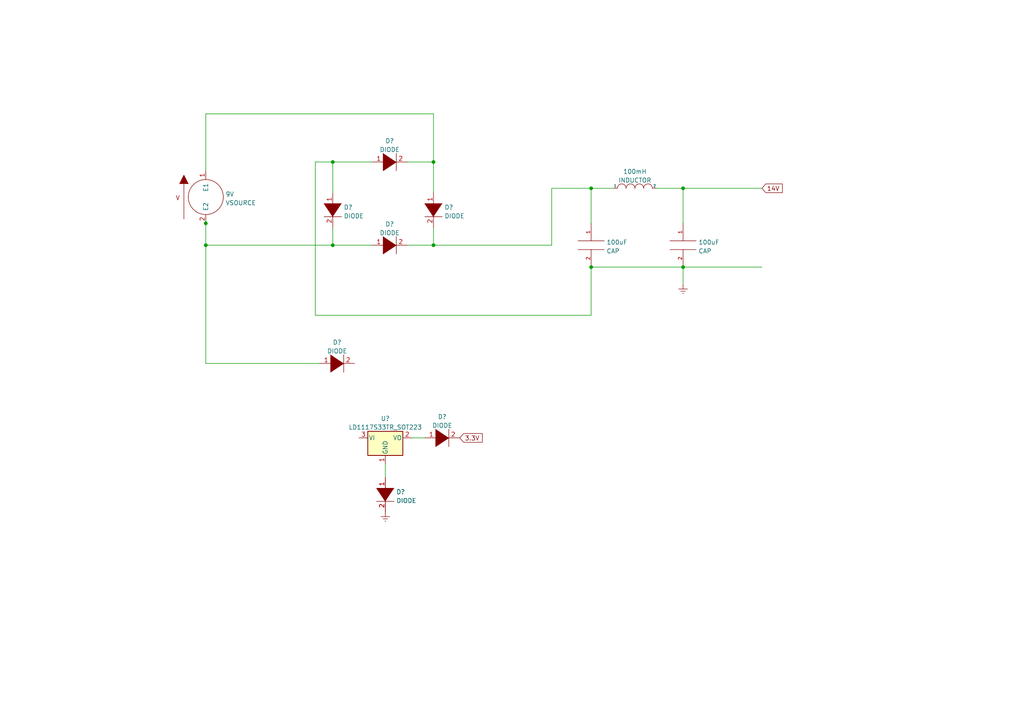
<source format=kicad_sch>
(kicad_sch (version 20211123) (generator eeschema)

  (uuid 5b2b736f-d01c-4277-a77d-63f90e4ada13)

  (paper "A4")

  (lib_symbols
    (symbol "Regulator_Linear:LD1117S33TR_SOT223" (pin_names (offset 0.254)) (in_bom yes) (on_board yes)
      (property "Reference" "U" (id 0) (at -3.81 3.175 0)
        (effects (font (size 1.27 1.27)))
      )
      (property "Value" "LD1117S33TR_SOT223" (id 1) (at 0 3.175 0)
        (effects (font (size 1.27 1.27)) (justify left))
      )
      (property "Footprint" "Package_TO_SOT_SMD:SOT-223-3_TabPin2" (id 2) (at 0 5.08 0)
        (effects (font (size 1.27 1.27)) hide)
      )
      (property "Datasheet" "http://www.st.com/st-web-ui/static/active/en/resource/technical/document/datasheet/CD00000544.pdf" (id 3) (at 2.54 -6.35 0)
        (effects (font (size 1.27 1.27)) hide)
      )
      (property "ki_keywords" "REGULATOR LDO 3.3V" (id 4) (at 0 0 0)
        (effects (font (size 1.27 1.27)) hide)
      )
      (property "ki_description" "800mA Fixed Low Drop Positive Voltage Regulator, Fixed Output 3.3V, SOT-223" (id 5) (at 0 0 0)
        (effects (font (size 1.27 1.27)) hide)
      )
      (property "ki_fp_filters" "SOT?223*TabPin2*" (id 6) (at 0 0 0)
        (effects (font (size 1.27 1.27)) hide)
      )
      (symbol "LD1117S33TR_SOT223_0_1"
        (rectangle (start -5.08 -5.08) (end 5.08 1.905)
          (stroke (width 0.254) (type default) (color 0 0 0 0))
          (fill (type background))
        )
      )
      (symbol "LD1117S33TR_SOT223_1_1"
        (pin power_in line (at 0 -7.62 90) (length 2.54)
          (name "GND" (effects (font (size 1.27 1.27))))
          (number "1" (effects (font (size 1.27 1.27))))
        )
        (pin power_out line (at 7.62 0 180) (length 2.54)
          (name "VO" (effects (font (size 1.27 1.27))))
          (number "2" (effects (font (size 1.27 1.27))))
        )
        (pin power_in line (at -7.62 0 0) (length 2.54)
          (name "VI" (effects (font (size 1.27 1.27))))
          (number "3" (effects (font (size 1.27 1.27))))
        )
      )
    )
    (symbol "power:Earth" (power) (pin_names (offset 0)) (in_bom yes) (on_board yes)
      (property "Reference" "#PWR" (id 0) (at 0 -6.35 0)
        (effects (font (size 1.27 1.27)) hide)
      )
      (property "Value" "Earth" (id 1) (at 0 -3.81 0)
        (effects (font (size 1.27 1.27)) hide)
      )
      (property "Footprint" "" (id 2) (at 0 0 0)
        (effects (font (size 1.27 1.27)) hide)
      )
      (property "Datasheet" "~" (id 3) (at 0 0 0)
        (effects (font (size 1.27 1.27)) hide)
      )
      (property "ki_keywords" "power-flag ground gnd" (id 4) (at 0 0 0)
        (effects (font (size 1.27 1.27)) hide)
      )
      (property "ki_description" "Power symbol creates a global label with name \"Earth\"" (id 5) (at 0 0 0)
        (effects (font (size 1.27 1.27)) hide)
      )
      (symbol "Earth_0_1"
        (polyline
          (pts
            (xy -0.635 -1.905)
            (xy 0.635 -1.905)
          )
          (stroke (width 0) (type default) (color 0 0 0 0))
          (fill (type none))
        )
        (polyline
          (pts
            (xy -0.127 -2.54)
            (xy 0.127 -2.54)
          )
          (stroke (width 0) (type default) (color 0 0 0 0))
          (fill (type none))
        )
        (polyline
          (pts
            (xy 0 -1.27)
            (xy 0 0)
          )
          (stroke (width 0) (type default) (color 0 0 0 0))
          (fill (type none))
        )
        (polyline
          (pts
            (xy 1.27 -1.27)
            (xy -1.27 -1.27)
          )
          (stroke (width 0) (type default) (color 0 0 0 0))
          (fill (type none))
        )
      )
      (symbol "Earth_1_1"
        (pin power_in line (at 0 0 270) (length 0) hide
          (name "Earth" (effects (font (size 1.27 1.27))))
          (number "1" (effects (font (size 1.27 1.27))))
        )
      )
    )
    (symbol "pspice:CAP" (pin_names (offset 0.254)) (in_bom yes) (on_board yes)
      (property "Reference" "C" (id 0) (at 2.54 3.81 90)
        (effects (font (size 1.27 1.27)))
      )
      (property "Value" "CAP" (id 1) (at 2.54 -3.81 90)
        (effects (font (size 1.27 1.27)))
      )
      (property "Footprint" "" (id 2) (at 0 0 0)
        (effects (font (size 1.27 1.27)) hide)
      )
      (property "Datasheet" "~" (id 3) (at 0 0 0)
        (effects (font (size 1.27 1.27)) hide)
      )
      (property "ki_keywords" "simulation" (id 4) (at 0 0 0)
        (effects (font (size 1.27 1.27)) hide)
      )
      (property "ki_description" "Capacitor symbol for simulation only" (id 5) (at 0 0 0)
        (effects (font (size 1.27 1.27)) hide)
      )
      (symbol "CAP_0_1"
        (polyline
          (pts
            (xy -3.81 -1.27)
            (xy 3.81 -1.27)
          )
          (stroke (width 0) (type default) (color 0 0 0 0))
          (fill (type none))
        )
        (polyline
          (pts
            (xy -3.81 1.27)
            (xy 3.81 1.27)
          )
          (stroke (width 0) (type default) (color 0 0 0 0))
          (fill (type none))
        )
      )
      (symbol "CAP_1_1"
        (pin passive line (at 0 6.35 270) (length 5.08)
          (name "~" (effects (font (size 1.016 1.016))))
          (number "1" (effects (font (size 1.016 1.016))))
        )
        (pin passive line (at 0 -6.35 90) (length 5.08)
          (name "~" (effects (font (size 1.016 1.016))))
          (number "2" (effects (font (size 1.016 1.016))))
        )
      )
    )
    (symbol "pspice:DIODE" (pin_names (offset 1.016) hide) (in_bom yes) (on_board yes)
      (property "Reference" "D" (id 0) (at 0 3.81 0)
        (effects (font (size 1.27 1.27)))
      )
      (property "Value" "DIODE" (id 1) (at 0 -4.445 0)
        (effects (font (size 1.27 1.27)))
      )
      (property "Footprint" "" (id 2) (at 0 0 0)
        (effects (font (size 1.27 1.27)) hide)
      )
      (property "Datasheet" "~" (id 3) (at 0 0 0)
        (effects (font (size 1.27 1.27)) hide)
      )
      (property "ki_keywords" "simulation" (id 4) (at 0 0 0)
        (effects (font (size 1.27 1.27)) hide)
      )
      (property "ki_description" "Diode symbol for simulation only. Pin order incompatible with official kicad footprints" (id 5) (at 0 0 0)
        (effects (font (size 1.27 1.27)) hide)
      )
      (symbol "DIODE_0_1"
        (polyline
          (pts
            (xy 1.905 2.54)
            (xy 1.905 -2.54)
          )
          (stroke (width 0) (type default) (color 0 0 0 0))
          (fill (type none))
        )
        (polyline
          (pts
            (xy -1.905 2.54)
            (xy -1.905 -2.54)
            (xy 1.905 0)
          )
          (stroke (width 0) (type default) (color 0 0 0 0))
          (fill (type outline))
        )
      )
      (symbol "DIODE_1_1"
        (pin input line (at -5.08 0 0) (length 3.81)
          (name "K" (effects (font (size 1.27 1.27))))
          (number "1" (effects (font (size 1.27 1.27))))
        )
        (pin input line (at 5.08 0 180) (length 3.81)
          (name "A" (effects (font (size 1.27 1.27))))
          (number "2" (effects (font (size 1.27 1.27))))
        )
      )
    )
    (symbol "pspice:INDUCTOR" (pin_numbers hide) (pin_names (offset 0)) (in_bom yes) (on_board yes)
      (property "Reference" "L" (id 0) (at 0 2.54 0)
        (effects (font (size 1.27 1.27)))
      )
      (property "Value" "INDUCTOR" (id 1) (at 0 -1.27 0)
        (effects (font (size 1.27 1.27)))
      )
      (property "Footprint" "" (id 2) (at 0 0 0)
        (effects (font (size 1.27 1.27)) hide)
      )
      (property "Datasheet" "~" (id 3) (at 0 0 0)
        (effects (font (size 1.27 1.27)) hide)
      )
      (property "ki_keywords" "simulation" (id 4) (at 0 0 0)
        (effects (font (size 1.27 1.27)) hide)
      )
      (property "ki_description" "Inductor symbol for simulation only" (id 5) (at 0 0 0)
        (effects (font (size 1.27 1.27)) hide)
      )
      (symbol "INDUCTOR_0_1"
        (arc (start -2.54 0) (mid -3.81 1.27) (end -5.08 0)
          (stroke (width 0) (type default) (color 0 0 0 0))
          (fill (type none))
        )
        (arc (start 0 0) (mid -1.27 1.27) (end -2.54 0)
          (stroke (width 0) (type default) (color 0 0 0 0))
          (fill (type none))
        )
        (arc (start 2.54 0) (mid 1.27 1.27) (end 0 0)
          (stroke (width 0) (type default) (color 0 0 0 0))
          (fill (type none))
        )
        (arc (start 5.08 0) (mid 3.81 1.27) (end 2.54 0)
          (stroke (width 0) (type default) (color 0 0 0 0))
          (fill (type none))
        )
      )
      (symbol "INDUCTOR_1_1"
        (pin input line (at -6.35 0 0) (length 1.27)
          (name "1" (effects (font (size 0.762 0.762))))
          (number "1" (effects (font (size 0.762 0.762))))
        )
        (pin input line (at 6.35 0 180) (length 1.27)
          (name "2" (effects (font (size 0.762 0.762))))
          (number "2" (effects (font (size 0.762 0.762))))
        )
      )
    )
    (symbol "pspice:VSOURCE" (pin_names (offset 1.016)) (in_bom yes) (on_board yes)
      (property "Reference" "V" (id 0) (at -6.35 7.62 0)
        (effects (font (size 1.27 1.27)))
      )
      (property "Value" "VSOURCE" (id 1) (at 0 0 0)
        (effects (font (size 1.27 1.27)))
      )
      (property "Footprint" "" (id 2) (at 0 0 0)
        (effects (font (size 1.27 1.27)) hide)
      )
      (property "Datasheet" "~" (id 3) (at 0 0 0)
        (effects (font (size 1.27 1.27)) hide)
      )
      (property "ki_keywords" "simulation" (id 4) (at 0 0 0)
        (effects (font (size 1.27 1.27)) hide)
      )
      (property "ki_description" "Voltage source symbol for simulation only" (id 5) (at 0 0 0)
        (effects (font (size 1.27 1.27)) hide)
      )
      (symbol "VSOURCE_0_1"
        (polyline
          (pts
            (xy -6.35 -6.35)
            (xy -6.35 3.81)
          )
          (stroke (width 0) (type default) (color 0 0 0 0))
          (fill (type outline))
        )
        (polyline
          (pts
            (xy -7.62 3.81)
            (xy -6.35 6.35)
            (xy -5.08 3.81)
          )
          (stroke (width 0) (type default) (color 0 0 0 0))
          (fill (type outline))
        )
        (circle (center 0 0) (radius 5.08)
          (stroke (width 0) (type default) (color 0 0 0 0))
          (fill (type none))
        )
        (text "V" (at -8.128 -0.254 0)
          (effects (font (size 1.27 1.27)))
        )
      )
      (symbol "VSOURCE_1_1"
        (pin input line (at 0 7.62 270) (length 2.54)
          (name "E1" (effects (font (size 1.27 1.27))))
          (number "1" (effects (font (size 1.27 1.27))))
        )
        (pin input line (at 0 -7.62 90) (length 2.54)
          (name "E2" (effects (font (size 1.27 1.27))))
          (number "2" (effects (font (size 1.27 1.27))))
        )
      )
    )
  )

  (junction (at 59.69 64.77) (diameter 0) (color 0 0 0 0)
    (uuid 30ddc3d0-177d-4c80-9dd9-3e358842a3cf)
  )
  (junction (at 96.52 71.12) (diameter 0) (color 0 0 0 0)
    (uuid 45b9f059-0360-4433-9919-fc90bbcc93ef)
  )
  (junction (at 198.12 54.61) (diameter 0) (color 0 0 0 0)
    (uuid 8241f906-6063-4bc4-97fa-b9915a6d7f8f)
  )
  (junction (at 171.45 54.61) (diameter 0) (color 0 0 0 0)
    (uuid 84c1563f-13eb-4d3e-9dd7-d32a349ba595)
  )
  (junction (at 171.45 77.47) (diameter 0) (color 0 0 0 0)
    (uuid 947503f5-3bc4-4a89-95ab-cf7786a760ff)
  )
  (junction (at 125.73 71.12) (diameter 0) (color 0 0 0 0)
    (uuid a8fad618-a3b3-44a4-bf9f-31c15e113d4b)
  )
  (junction (at 96.52 46.99) (diameter 0) (color 0 0 0 0)
    (uuid d13d698c-c6b8-4c36-9604-f2e0f19c5f01)
  )
  (junction (at 198.12 77.47) (diameter 0) (color 0 0 0 0)
    (uuid e44e6949-05de-46b0-a909-f3c7c57c430e)
  )
  (junction (at 125.73 46.99) (diameter 0) (color 0 0 0 0)
    (uuid e9cfeb93-b3d8-456b-8b3f-e5a4f22e9fb5)
  )
  (junction (at 59.69 71.12) (diameter 0) (color 0 0 0 0)
    (uuid f6916ccc-f3f7-499c-a59b-9636c8c729cb)
  )

  (wire (pts (xy 125.73 33.02) (xy 125.73 46.99))
    (stroke (width 0) (type default) (color 0 0 0 0))
    (uuid 12be2669-d07b-44e4-9789-a286ada64fee)
  )
  (wire (pts (xy 198.12 54.61) (xy 198.12 64.77))
    (stroke (width 0) (type default) (color 0 0 0 0))
    (uuid 13ae299c-3501-4440-9cc6-7baa55c586f9)
  )
  (wire (pts (xy 91.44 91.44) (xy 91.44 46.99))
    (stroke (width 0) (type default) (color 0 0 0 0))
    (uuid 24e5c493-99b3-407a-82bb-a016550fb61c)
  )
  (wire (pts (xy 125.73 66.04) (xy 125.73 71.12))
    (stroke (width 0) (type default) (color 0 0 0 0))
    (uuid 31ad0f3d-3343-4618-8336-b89a78b83b1e)
  )
  (wire (pts (xy 59.69 33.02) (xy 125.73 33.02))
    (stroke (width 0) (type default) (color 0 0 0 0))
    (uuid 468abf45-29da-4b34-8993-946ffcba34ac)
  )
  (wire (pts (xy 171.45 54.61) (xy 177.8 54.61))
    (stroke (width 0) (type default) (color 0 0 0 0))
    (uuid 4d021e24-738a-4d92-b91c-97c923f215e2)
  )
  (wire (pts (xy 59.69 71.12) (xy 96.52 71.12))
    (stroke (width 0) (type default) (color 0 0 0 0))
    (uuid 5d578a24-b3a3-4799-9e39-7cd9d974fc8c)
  )
  (wire (pts (xy 119.38 127) (xy 123.19 127))
    (stroke (width 0) (type default) (color 0 0 0 0))
    (uuid 5dcc3715-6636-4cd7-b121-ae49c29e2b19)
  )
  (wire (pts (xy 198.12 77.47) (xy 220.98 77.47))
    (stroke (width 0) (type default) (color 0 0 0 0))
    (uuid 5fde1b02-f7a0-4316-8dbf-6e460c235b61)
  )
  (wire (pts (xy 107.95 71.12) (xy 96.52 71.12))
    (stroke (width 0) (type default) (color 0 0 0 0))
    (uuid 61ca1273-6675-4ac3-bf0c-9711b4119216)
  )
  (wire (pts (xy 59.69 63.5) (xy 59.69 64.77))
    (stroke (width 0) (type default) (color 0 0 0 0))
    (uuid 666d4f88-fe27-4e4d-9b68-2bed19603f23)
  )
  (wire (pts (xy 125.73 71.12) (xy 118.11 71.12))
    (stroke (width 0) (type default) (color 0 0 0 0))
    (uuid 6bcc063d-0440-4fae-8f60-8ce8939f0bcf)
  )
  (wire (pts (xy 59.69 71.12) (xy 59.69 105.41))
    (stroke (width 0) (type default) (color 0 0 0 0))
    (uuid 73b33d7d-c43b-41c1-a577-52cee3e38c9b)
  )
  (wire (pts (xy 96.52 71.12) (xy 96.52 66.04))
    (stroke (width 0) (type default) (color 0 0 0 0))
    (uuid 83f12314-fc47-4d2e-b996-e4bee1ac07e9)
  )
  (wire (pts (xy 59.69 49.53) (xy 59.69 33.02))
    (stroke (width 0) (type default) (color 0 0 0 0))
    (uuid 8fc02880-aa04-4e3b-b498-7b8de1ebf56e)
  )
  (wire (pts (xy 171.45 77.47) (xy 198.12 77.47))
    (stroke (width 0) (type default) (color 0 0 0 0))
    (uuid 914c154b-22c7-4632-aef5-da352a8c4ea5)
  )
  (wire (pts (xy 171.45 77.47) (xy 171.45 91.44))
    (stroke (width 0) (type default) (color 0 0 0 0))
    (uuid a18569c1-279d-4d0a-a4dc-ab3cc9442546)
  )
  (wire (pts (xy 111.76 134.62) (xy 111.76 138.43))
    (stroke (width 0) (type default) (color 0 0 0 0))
    (uuid afd0cccf-0540-45e5-9e40-88567fa79de3)
  )
  (wire (pts (xy 59.69 64.77) (xy 59.69 71.12))
    (stroke (width 0) (type default) (color 0 0 0 0))
    (uuid b1ea42cb-dcbe-4f19-9fde-5d1142097d75)
  )
  (wire (pts (xy 125.73 46.99) (xy 125.73 55.88))
    (stroke (width 0) (type default) (color 0 0 0 0))
    (uuid b25454c1-a2e3-462a-90e9-14ba9c62a428)
  )
  (wire (pts (xy 198.12 77.47) (xy 198.12 82.55))
    (stroke (width 0) (type default) (color 0 0 0 0))
    (uuid b6a5226a-c88e-4f91-a56f-af1f9d56902d)
  )
  (wire (pts (xy 160.02 54.61) (xy 171.45 54.61))
    (stroke (width 0) (type default) (color 0 0 0 0))
    (uuid c6ce749f-bfe5-4710-bc88-c9e3c90008f8)
  )
  (wire (pts (xy 118.11 46.99) (xy 125.73 46.99))
    (stroke (width 0) (type default) (color 0 0 0 0))
    (uuid c9e8111e-be05-4acf-afa9-27108fb90053)
  )
  (wire (pts (xy 91.44 46.99) (xy 96.52 46.99))
    (stroke (width 0) (type default) (color 0 0 0 0))
    (uuid cec13372-b1c7-4750-91b9-64567f30a1cd)
  )
  (wire (pts (xy 160.02 71.12) (xy 160.02 54.61))
    (stroke (width 0) (type default) (color 0 0 0 0))
    (uuid cedb0ef6-87b9-4eb1-bf3d-34556584ae14)
  )
  (wire (pts (xy 96.52 55.88) (xy 96.52 46.99))
    (stroke (width 0) (type default) (color 0 0 0 0))
    (uuid cf0f68bf-548b-4ed9-ae02-6c9c1db602bb)
  )
  (wire (pts (xy 190.5 54.61) (xy 198.12 54.61))
    (stroke (width 0) (type default) (color 0 0 0 0))
    (uuid cf6fa92a-9f45-4bb7-8250-9281238bcc0d)
  )
  (wire (pts (xy 96.52 46.99) (xy 107.95 46.99))
    (stroke (width 0) (type default) (color 0 0 0 0))
    (uuid d068852c-5a9f-4ae9-923c-52065dd0c47f)
  )
  (wire (pts (xy 59.69 105.41) (xy 92.71 105.41))
    (stroke (width 0) (type default) (color 0 0 0 0))
    (uuid d3b1407e-fbc2-4bfc-bcd7-c7815578302d)
  )
  (wire (pts (xy 198.12 54.61) (xy 220.98 54.61))
    (stroke (width 0) (type default) (color 0 0 0 0))
    (uuid d851caa0-7196-49ec-a7c3-cf77ef47d9dd)
  )
  (wire (pts (xy 171.45 64.77) (xy 171.45 54.61))
    (stroke (width 0) (type default) (color 0 0 0 0))
    (uuid e3cf0d27-9036-4ddb-b079-82d01384319a)
  )
  (wire (pts (xy 171.45 91.44) (xy 91.44 91.44))
    (stroke (width 0) (type default) (color 0 0 0 0))
    (uuid e3f57cd0-313d-4666-b763-42bed432220d)
  )
  (wire (pts (xy 125.73 71.12) (xy 160.02 71.12))
    (stroke (width 0) (type default) (color 0 0 0 0))
    (uuid faa46a08-505e-451f-8240-5eca6017c3fe)
  )

  (global_label "3.3V" (shape input) (at 133.35 127 0) (fields_autoplaced)
    (effects (font (size 1.27 1.27)) (justify left))
    (uuid f1839f8c-2a3a-4fd7-bd74-f7ba659d6025)
    (property "Intersheet References" "${INTERSHEET_REFS}" (id 0) (at 139.8755 126.9206 0)
      (effects (font (size 1.27 1.27)) (justify left) hide)
    )
  )
  (global_label "14V" (shape input) (at 220.98 54.61 0) (fields_autoplaced)
    (effects (font (size 1.27 1.27)) (justify left))
    (uuid f9621ee7-828f-47af-b7a2-723c87198f48)
    (property "Intersheet References" "${INTERSHEET_REFS}" (id 0) (at 226.9007 54.5306 0)
      (effects (font (size 1.27 1.27)) (justify left) hide)
    )
  )

  (symbol (lib_id "power:Earth") (at 111.76 148.59 0) (unit 1)
    (in_bom yes) (on_board yes) (fields_autoplaced)
    (uuid 035348ed-447a-4b01-ad3c-e86d14879b32)
    (property "Reference" "#PWR?" (id 0) (at 111.76 154.94 0)
      (effects (font (size 1.27 1.27)) hide)
    )
    (property "Value" "" (id 1) (at 111.76 152.4 0)
      (effects (font (size 1.27 1.27)) hide)
    )
    (property "Footprint" "" (id 2) (at 111.76 148.59 0)
      (effects (font (size 1.27 1.27)) hide)
    )
    (property "Datasheet" "~" (id 3) (at 111.76 148.59 0)
      (effects (font (size 1.27 1.27)) hide)
    )
    (pin "1" (uuid dd5d5b9f-d79c-407d-b7ad-b6eadff46825))
  )

  (symbol (lib_id "pspice:DIODE") (at 113.03 71.12 0) (unit 1)
    (in_bom yes) (on_board yes) (fields_autoplaced)
    (uuid 10f141c4-9768-43c4-92b6-491be0815c18)
    (property "Reference" "D?" (id 0) (at 113.03 65.0072 0))
    (property "Value" "" (id 1) (at 113.03 67.5441 0))
    (property "Footprint" "" (id 2) (at 113.03 71.12 0)
      (effects (font (size 1.27 1.27)) hide)
    )
    (property "Datasheet" "~" (id 3) (at 113.03 71.12 0)
      (effects (font (size 1.27 1.27)) hide)
    )
    (pin "1" (uuid 0f8e4e5c-819c-4c7a-9670-46b441e6b632))
    (pin "2" (uuid 12a05b3c-54ea-46eb-86a5-82e3f710ca88))
  )

  (symbol (lib_id "pspice:CAP") (at 171.45 71.12 0) (unit 1)
    (in_bom yes) (on_board yes) (fields_autoplaced)
    (uuid 389b10b4-6cab-49b5-a3e3-2491efd84b31)
    (property "Reference" "100uF" (id 0) (at 175.895 70.2853 0)
      (effects (font (size 1.27 1.27)) (justify left))
    )
    (property "Value" "" (id 1) (at 175.895 72.8222 0)
      (effects (font (size 1.27 1.27)) (justify left))
    )
    (property "Footprint" "" (id 2) (at 171.45 71.12 0)
      (effects (font (size 1.27 1.27)) hide)
    )
    (property "Datasheet" "~" (id 3) (at 171.45 71.12 0)
      (effects (font (size 1.27 1.27)) hide)
    )
    (pin "1" (uuid 93750183-38ca-4003-9689-03607e60dc22))
    (pin "2" (uuid a713617b-3378-4f46-8dbd-ef822fb12706))
  )

  (symbol (lib_id "pspice:DIODE") (at 97.79 105.41 0) (unit 1)
    (in_bom yes) (on_board yes) (fields_autoplaced)
    (uuid 50f22588-f9a6-4924-a419-40158958fedb)
    (property "Reference" "D?" (id 0) (at 97.79 99.2972 0))
    (property "Value" "" (id 1) (at 97.79 101.8341 0))
    (property "Footprint" "" (id 2) (at 97.79 105.41 0)
      (effects (font (size 1.27 1.27)) hide)
    )
    (property "Datasheet" "~" (id 3) (at 97.79 105.41 0)
      (effects (font (size 1.27 1.27)) hide)
    )
    (pin "1" (uuid 7e3dfd55-d87c-434f-80da-2c39bbf7a412))
    (pin "2" (uuid e0e02a1a-0611-4e21-8c34-05dca1716a88))
  )

  (symbol (lib_id "pspice:DIODE") (at 125.73 60.96 270) (unit 1)
    (in_bom yes) (on_board yes) (fields_autoplaced)
    (uuid 6ca80511-5109-475f-b65f-a44bb0739afc)
    (property "Reference" "D?" (id 0) (at 128.905 60.1253 90)
      (effects (font (size 1.27 1.27)) (justify left))
    )
    (property "Value" "" (id 1) (at 128.905 62.6622 90)
      (effects (font (size 1.27 1.27)) (justify left))
    )
    (property "Footprint" "" (id 2) (at 125.73 60.96 0)
      (effects (font (size 1.27 1.27)) hide)
    )
    (property "Datasheet" "~" (id 3) (at 125.73 60.96 0)
      (effects (font (size 1.27 1.27)) hide)
    )
    (pin "1" (uuid 355d5a2c-024c-4c97-b46c-2e189dbb8515))
    (pin "2" (uuid 1799c71f-013d-402a-b710-c5585561a246))
  )

  (symbol (lib_id "Regulator_Linear:LD1117S33TR_SOT223") (at 111.76 127 0) (unit 1)
    (in_bom yes) (on_board yes) (fields_autoplaced)
    (uuid 7b4f6fbf-fe90-4375-a2e7-2069b5197240)
    (property "Reference" "U?" (id 0) (at 111.76 121.3952 0))
    (property "Value" "" (id 1) (at 111.76 123.9321 0))
    (property "Footprint" "" (id 2) (at 111.76 121.92 0)
      (effects (font (size 1.27 1.27)) hide)
    )
    (property "Datasheet" "http://www.st.com/st-web-ui/static/active/en/resource/technical/document/datasheet/CD00000544.pdf" (id 3) (at 114.3 133.35 0)
      (effects (font (size 1.27 1.27)) hide)
    )
    (pin "1" (uuid 98bb12ae-5615-49bb-a21d-58a5bdaaf7bd))
    (pin "2" (uuid 7a1f25e2-5c2d-45f4-904f-880cd5ddafe4))
    (pin "3" (uuid b8625407-5e81-4058-b20b-cc0487b3570b))
  )

  (symbol (lib_id "pspice:VSOURCE") (at 59.69 57.15 0) (unit 1)
    (in_bom yes) (on_board yes) (fields_autoplaced)
    (uuid 81c571c6-0227-4d0d-ac5d-af2225c2e829)
    (property "Reference" "9V" (id 0) (at 65.405 56.3153 0)
      (effects (font (size 1.27 1.27)) (justify left))
    )
    (property "Value" "" (id 1) (at 65.405 58.8522 0)
      (effects (font (size 1.27 1.27)) (justify left))
    )
    (property "Footprint" "" (id 2) (at 59.69 57.15 0)
      (effects (font (size 1.27 1.27)) hide)
    )
    (property "Datasheet" "~" (id 3) (at 59.69 57.15 0)
      (effects (font (size 1.27 1.27)) hide)
    )
    (pin "1" (uuid 0ebdb4fe-fc36-4c61-9b8f-70f0193e3de3))
    (pin "2" (uuid 171e26d5-79d6-42e8-a94e-bf5c00390d1d))
  )

  (symbol (lib_id "pspice:DIODE") (at 111.76 143.51 270) (unit 1)
    (in_bom yes) (on_board yes) (fields_autoplaced)
    (uuid 84b9f3da-b7cb-4986-af8b-ba11e84c46ff)
    (property "Reference" "D?" (id 0) (at 114.935 142.6753 90)
      (effects (font (size 1.27 1.27)) (justify left))
    )
    (property "Value" "" (id 1) (at 114.935 145.2122 90)
      (effects (font (size 1.27 1.27)) (justify left))
    )
    (property "Footprint" "" (id 2) (at 111.76 143.51 0)
      (effects (font (size 1.27 1.27)) hide)
    )
    (property "Datasheet" "~" (id 3) (at 111.76 143.51 0)
      (effects (font (size 1.27 1.27)) hide)
    )
    (pin "1" (uuid e61db06a-ad13-4304-8366-021e06a53ab7))
    (pin "2" (uuid db9f8450-3c6f-407c-97ed-c7200a0e472a))
  )

  (symbol (lib_id "power:Earth") (at 198.12 82.55 0) (unit 1)
    (in_bom yes) (on_board yes) (fields_autoplaced)
    (uuid 969aafdc-641a-4db3-a637-79ca04250239)
    (property "Reference" "#PWR?" (id 0) (at 198.12 88.9 0)
      (effects (font (size 1.27 1.27)) hide)
    )
    (property "Value" "" (id 1) (at 198.12 86.36 0)
      (effects (font (size 1.27 1.27)) hide)
    )
    (property "Footprint" "" (id 2) (at 198.12 82.55 0)
      (effects (font (size 1.27 1.27)) hide)
    )
    (property "Datasheet" "~" (id 3) (at 198.12 82.55 0)
      (effects (font (size 1.27 1.27)) hide)
    )
    (pin "1" (uuid d2b9df14-2c9d-4ecb-a0e7-d782eb7efe83))
  )

  (symbol (lib_id "pspice:DIODE") (at 128.27 127 0) (unit 1)
    (in_bom yes) (on_board yes) (fields_autoplaced)
    (uuid 9abad919-5566-43ff-9dd4-74664e3d5dee)
    (property "Reference" "D?" (id 0) (at 128.27 120.8872 0))
    (property "Value" "" (id 1) (at 128.27 123.4241 0))
    (property "Footprint" "" (id 2) (at 128.27 127 0)
      (effects (font (size 1.27 1.27)) hide)
    )
    (property "Datasheet" "~" (id 3) (at 128.27 127 0)
      (effects (font (size 1.27 1.27)) hide)
    )
    (pin "1" (uuid 3929b8f1-f50d-408a-bea0-53ffd46b0c29))
    (pin "2" (uuid e267c532-9ee2-484f-8167-bdfdae44cb51))
  )

  (symbol (lib_id "pspice:CAP") (at 198.12 71.12 0) (unit 1)
    (in_bom yes) (on_board yes) (fields_autoplaced)
    (uuid bd7134c1-bd9e-4ae1-b065-fcb9ac0cbce0)
    (property "Reference" "100uF" (id 0) (at 202.565 70.2853 0)
      (effects (font (size 1.27 1.27)) (justify left))
    )
    (property "Value" "CAP" (id 1) (at 202.565 72.8222 0)
      (effects (font (size 1.27 1.27)) (justify left))
    )
    (property "Footprint" "" (id 2) (at 198.12 71.12 0)
      (effects (font (size 1.27 1.27)) hide)
    )
    (property "Datasheet" "~" (id 3) (at 198.12 71.12 0)
      (effects (font (size 1.27 1.27)) hide)
    )
    (pin "1" (uuid dc8ed028-66fd-4508-920f-dac03cc82b55))
    (pin "2" (uuid c3b48abf-436f-4952-948a-59a294a5b8c4))
  )

  (symbol (lib_id "pspice:DIODE") (at 113.03 46.99 0) (unit 1)
    (in_bom yes) (on_board yes) (fields_autoplaced)
    (uuid c0b0b277-3a0d-4b5a-956b-1058988b474e)
    (property "Reference" "D?" (id 0) (at 113.03 40.8772 0))
    (property "Value" "" (id 1) (at 113.03 43.4141 0))
    (property "Footprint" "" (id 2) (at 113.03 46.99 0)
      (effects (font (size 1.27 1.27)) hide)
    )
    (property "Datasheet" "~" (id 3) (at 113.03 46.99 0)
      (effects (font (size 1.27 1.27)) hide)
    )
    (pin "1" (uuid 975821b5-9475-4819-aef1-629199b78618))
    (pin "2" (uuid 067d7d40-0011-43ba-ae69-d66f0b592a3e))
  )

  (symbol (lib_id "pspice:INDUCTOR") (at 184.15 54.61 0) (unit 1)
    (in_bom yes) (on_board yes) (fields_autoplaced)
    (uuid da9cf1d9-cc4c-4c81-b499-efff9ab62206)
    (property "Reference" "100mH" (id 0) (at 184.15 49.7672 0))
    (property "Value" "" (id 1) (at 184.15 52.3041 0))
    (property "Footprint" "" (id 2) (at 184.15 54.61 0)
      (effects (font (size 1.27 1.27)) hide)
    )
    (property "Datasheet" "~" (id 3) (at 184.15 54.61 0)
      (effects (font (size 1.27 1.27)) hide)
    )
    (pin "1" (uuid 797067e3-7af7-44fd-8f06-9ab8a01ae0b6))
    (pin "2" (uuid 61aeebd6-7570-41c6-96ec-aadbac529b03))
  )

  (symbol (lib_id "pspice:DIODE") (at 96.52 60.96 270) (unit 1)
    (in_bom yes) (on_board yes) (fields_autoplaced)
    (uuid f3cb0593-36cb-4e39-8aa9-eb397d0cdf2e)
    (property "Reference" "D?" (id 0) (at 99.695 60.1253 90)
      (effects (font (size 1.27 1.27)) (justify left))
    )
    (property "Value" "" (id 1) (at 99.695 62.6622 90)
      (effects (font (size 1.27 1.27)) (justify left))
    )
    (property "Footprint" "" (id 2) (at 96.52 60.96 0)
      (effects (font (size 1.27 1.27)) hide)
    )
    (property "Datasheet" "~" (id 3) (at 96.52 60.96 0)
      (effects (font (size 1.27 1.27)) hide)
    )
    (pin "1" (uuid 1b32183d-8670-48e1-927f-5e390c04274e))
    (pin "2" (uuid e263ff84-ad54-438f-b868-ef432a538176))
  )

  (sheet_instances
    (path "/" (page "1"))
  )

  (symbol_instances
    (path "/035348ed-447a-4b01-ad3c-e86d14879b32"
      (reference "#PWR?") (unit 1) (value "Earth") (footprint "")
    )
    (path "/969aafdc-641a-4db3-a637-79ca04250239"
      (reference "#PWR?") (unit 1) (value "Earth") (footprint "")
    )
    (path "/81c571c6-0227-4d0d-ac5d-af2225c2e829"
      (reference "9V") (unit 1) (value "VSOURCE") (footprint "")
    )
    (path "/da9cf1d9-cc4c-4c81-b499-efff9ab62206"
      (reference "100mH") (unit 1) (value "INDUCTOR") (footprint "")
    )
    (path "/389b10b4-6cab-49b5-a3e3-2491efd84b31"
      (reference "100uF") (unit 1) (value "CAP") (footprint "")
    )
    (path "/bd7134c1-bd9e-4ae1-b065-fcb9ac0cbce0"
      (reference "100uF") (unit 1) (value "CAP") (footprint "")
    )
    (path "/10f141c4-9768-43c4-92b6-491be0815c18"
      (reference "D?") (unit 1) (value "DIODE") (footprint "")
    )
    (path "/50f22588-f9a6-4924-a419-40158958fedb"
      (reference "D?") (unit 1) (value "DIODE") (footprint "")
    )
    (path "/6ca80511-5109-475f-b65f-a44bb0739afc"
      (reference "D?") (unit 1) (value "DIODE") (footprint "")
    )
    (path "/84b9f3da-b7cb-4986-af8b-ba11e84c46ff"
      (reference "D?") (unit 1) (value "DIODE") (footprint "")
    )
    (path "/9abad919-5566-43ff-9dd4-74664e3d5dee"
      (reference "D?") (unit 1) (value "DIODE") (footprint "")
    )
    (path "/c0b0b277-3a0d-4b5a-956b-1058988b474e"
      (reference "D?") (unit 1) (value "DIODE") (footprint "")
    )
    (path "/f3cb0593-36cb-4e39-8aa9-eb397d0cdf2e"
      (reference "D?") (unit 1) (value "DIODE") (footprint "")
    )
    (path "/7b4f6fbf-fe90-4375-a2e7-2069b5197240"
      (reference "U?") (unit 1) (value "LD1117S33TR_SOT223") (footprint "Package_TO_SOT_SMD:SOT-223-3_TabPin2")
    )
  )
)

</source>
